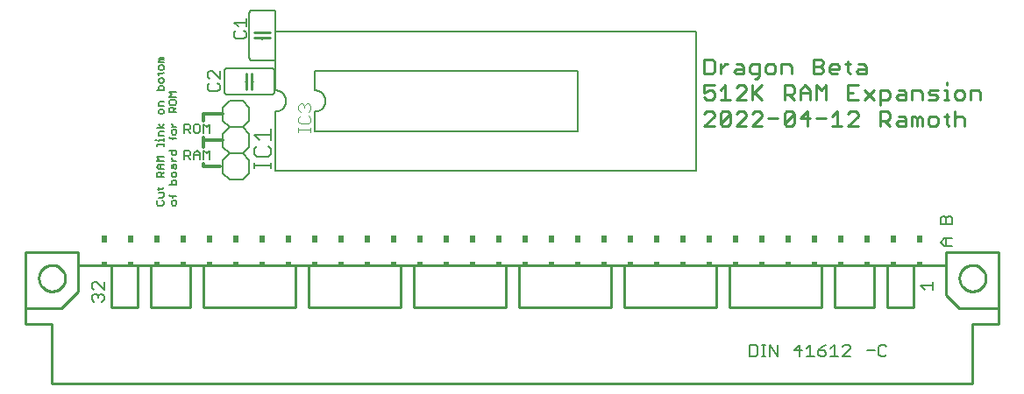
<source format=gto>
G75*
%MOIN*%
%OFA0B0*%
%FSLAX24Y24*%
%IPPOS*%
%LPD*%
%AMOC8*
5,1,8,0,0,1.08239X$1,22.5*
%
%ADD10C,0.0100*%
%ADD11C,0.0060*%
%ADD12C,0.0120*%
%ADD13C,0.0050*%
%ADD14R,0.0200X0.0150*%
%ADD15R,0.0200X0.0300*%
%ADD16C,0.0040*%
D10*
X002290Y000150D02*
X037290Y000150D01*
X037290Y002400D01*
X038290Y002400D01*
X038290Y003020D01*
X036790Y003020D01*
X036290Y003520D01*
X036290Y004650D01*
X035040Y004650D01*
X034040Y004650D01*
X033540Y004650D01*
X032040Y004650D01*
X031540Y004650D01*
X028040Y004650D01*
X027540Y004650D01*
X024040Y004650D01*
X023540Y004650D01*
X020040Y004650D01*
X019540Y004650D01*
X016040Y004650D01*
X015540Y004650D01*
X012040Y004650D01*
X011540Y004650D01*
X008040Y004650D01*
X007540Y004650D01*
X006040Y004650D01*
X005540Y004650D01*
X004540Y004650D01*
X003290Y004650D01*
X003290Y003650D01*
X002660Y003020D01*
X001290Y003020D01*
X001290Y002400D01*
X002290Y002400D01*
X002290Y000150D01*
X001290Y003020D02*
X001290Y005150D01*
X003290Y005150D01*
X003290Y004650D01*
X001790Y004150D02*
X001792Y004194D01*
X001798Y004238D01*
X001808Y004281D01*
X001821Y004323D01*
X001838Y004364D01*
X001859Y004403D01*
X001883Y004440D01*
X001910Y004475D01*
X001940Y004507D01*
X001973Y004537D01*
X002009Y004563D01*
X002046Y004587D01*
X002086Y004606D01*
X002127Y004623D01*
X002170Y004635D01*
X002213Y004644D01*
X002257Y004649D01*
X002301Y004650D01*
X002345Y004647D01*
X002389Y004640D01*
X002432Y004629D01*
X002474Y004615D01*
X002514Y004597D01*
X002553Y004575D01*
X002589Y004551D01*
X002623Y004523D01*
X002655Y004492D01*
X002684Y004458D01*
X002710Y004422D01*
X002732Y004384D01*
X002751Y004344D01*
X002766Y004302D01*
X002778Y004260D01*
X002786Y004216D01*
X002790Y004172D01*
X002790Y004128D01*
X002786Y004084D01*
X002778Y004040D01*
X002766Y003998D01*
X002751Y003956D01*
X002732Y003916D01*
X002710Y003878D01*
X002684Y003842D01*
X002655Y003808D01*
X002623Y003777D01*
X002589Y003749D01*
X002553Y003725D01*
X002514Y003703D01*
X002474Y003685D01*
X002432Y003671D01*
X002389Y003660D01*
X002345Y003653D01*
X002301Y003650D01*
X002257Y003651D01*
X002213Y003656D01*
X002170Y003665D01*
X002127Y003677D01*
X002086Y003694D01*
X002046Y003713D01*
X002009Y003737D01*
X001973Y003763D01*
X001940Y003793D01*
X001910Y003825D01*
X001883Y003860D01*
X001859Y003897D01*
X001838Y003936D01*
X001821Y003977D01*
X001808Y004019D01*
X001798Y004062D01*
X001792Y004106D01*
X001790Y004150D01*
X004540Y004650D02*
X004540Y003050D01*
X005540Y003050D01*
X005540Y004650D01*
X006040Y004650D02*
X006040Y003050D01*
X007540Y003050D01*
X007540Y004650D01*
X008040Y004650D02*
X008040Y003050D01*
X011540Y003050D01*
X011540Y004650D01*
X012040Y004650D02*
X012040Y003050D01*
X015540Y003050D01*
X015540Y004650D01*
X016040Y004650D02*
X016040Y003050D01*
X019540Y003050D01*
X019540Y004650D01*
X020040Y004650D02*
X020040Y003050D01*
X023540Y003050D01*
X023540Y004650D01*
X024040Y004650D02*
X024040Y003050D01*
X027540Y003050D01*
X027540Y004650D01*
X028040Y004650D02*
X028040Y003050D01*
X031540Y003050D01*
X031540Y004650D01*
X032040Y004650D02*
X032040Y003050D01*
X033540Y003050D01*
X033540Y004650D01*
X034040Y004650D02*
X034040Y003050D01*
X035040Y003050D01*
X035040Y004650D01*
X036290Y004650D02*
X036290Y005150D01*
X038290Y005150D01*
X038290Y003020D01*
X036790Y004150D02*
X036792Y004194D01*
X036798Y004238D01*
X036808Y004281D01*
X036821Y004323D01*
X036838Y004364D01*
X036859Y004403D01*
X036883Y004440D01*
X036910Y004475D01*
X036940Y004507D01*
X036973Y004537D01*
X037009Y004563D01*
X037046Y004587D01*
X037086Y004606D01*
X037127Y004623D01*
X037170Y004635D01*
X037213Y004644D01*
X037257Y004649D01*
X037301Y004650D01*
X037345Y004647D01*
X037389Y004640D01*
X037432Y004629D01*
X037474Y004615D01*
X037514Y004597D01*
X037553Y004575D01*
X037589Y004551D01*
X037623Y004523D01*
X037655Y004492D01*
X037684Y004458D01*
X037710Y004422D01*
X037732Y004384D01*
X037751Y004344D01*
X037766Y004302D01*
X037778Y004260D01*
X037786Y004216D01*
X037790Y004172D01*
X037790Y004128D01*
X037786Y004084D01*
X037778Y004040D01*
X037766Y003998D01*
X037751Y003956D01*
X037732Y003916D01*
X037710Y003878D01*
X037684Y003842D01*
X037655Y003808D01*
X037623Y003777D01*
X037589Y003749D01*
X037553Y003725D01*
X037514Y003703D01*
X037474Y003685D01*
X037432Y003671D01*
X037389Y003660D01*
X037345Y003653D01*
X037301Y003650D01*
X037257Y003651D01*
X037213Y003656D01*
X037170Y003665D01*
X037127Y003677D01*
X037086Y003694D01*
X037046Y003713D01*
X037009Y003737D01*
X036973Y003763D01*
X036940Y003793D01*
X036910Y003825D01*
X036883Y003860D01*
X036859Y003897D01*
X036838Y003936D01*
X036821Y003977D01*
X036808Y004019D01*
X036798Y004062D01*
X036792Y004106D01*
X036790Y004150D01*
X036611Y009950D02*
X036611Y010510D01*
X036704Y010324D02*
X036891Y010324D01*
X036985Y010230D01*
X036985Y009950D01*
X036611Y010230D02*
X036704Y010324D01*
X036393Y010324D02*
X036206Y010324D01*
X036299Y010417D02*
X036299Y010043D01*
X036393Y009950D01*
X035972Y010043D02*
X035972Y010230D01*
X035878Y010324D01*
X035691Y010324D01*
X035598Y010230D01*
X035598Y010043D01*
X035691Y009950D01*
X035878Y009950D01*
X035972Y010043D01*
X035364Y009950D02*
X035364Y010230D01*
X035271Y010324D01*
X035177Y010230D01*
X035177Y009950D01*
X034990Y009950D02*
X034990Y010324D01*
X035084Y010324D01*
X035177Y010230D01*
X034756Y010230D02*
X034663Y010324D01*
X034476Y010324D01*
X034476Y010137D02*
X034756Y010137D01*
X034756Y010230D02*
X034756Y009950D01*
X034476Y009950D01*
X034383Y010043D01*
X034476Y010137D01*
X034149Y010230D02*
X034149Y010417D01*
X034055Y010510D01*
X033775Y010510D01*
X033775Y009950D01*
X033962Y010137D02*
X034149Y009950D01*
X034055Y010137D02*
X033775Y010137D01*
X034055Y010137D02*
X034149Y010230D01*
X032933Y010324D02*
X032933Y010417D01*
X032840Y010510D01*
X032653Y010510D01*
X032559Y010417D01*
X032933Y010324D02*
X032559Y009950D01*
X032933Y009950D01*
X032325Y009950D02*
X031952Y009950D01*
X032139Y009950D02*
X032139Y010510D01*
X031952Y010324D01*
X031718Y010230D02*
X031344Y010230D01*
X031110Y010230D02*
X030736Y010230D01*
X031017Y010510D01*
X031017Y009950D01*
X030502Y010043D02*
X030409Y009950D01*
X030222Y009950D01*
X030129Y010043D01*
X030502Y010417D01*
X030502Y010043D01*
X030129Y010043D02*
X030129Y010417D01*
X030222Y010510D01*
X030409Y010510D01*
X030502Y010417D01*
X029895Y010230D02*
X029521Y010230D01*
X029287Y010324D02*
X029287Y010417D01*
X029193Y010510D01*
X029007Y010510D01*
X028913Y010417D01*
X028679Y010417D02*
X028586Y010510D01*
X028399Y010510D01*
X028305Y010417D01*
X028071Y010417D02*
X027978Y010510D01*
X027791Y010510D01*
X027698Y010417D01*
X027698Y010043D01*
X028071Y010417D01*
X028071Y010043D01*
X027978Y009950D01*
X027791Y009950D01*
X027698Y010043D01*
X027464Y009950D02*
X027090Y009950D01*
X027464Y010324D01*
X027464Y010417D01*
X027370Y010510D01*
X027183Y010510D01*
X027090Y010417D01*
X028305Y009950D02*
X028679Y010324D01*
X028679Y010417D01*
X028913Y009950D02*
X029287Y010324D01*
X029287Y009950D02*
X028913Y009950D01*
X028679Y009950D02*
X028305Y009950D01*
X028305Y010940D02*
X028679Y011314D01*
X028679Y011407D01*
X028586Y011500D01*
X028399Y011500D01*
X028305Y011407D01*
X027885Y011500D02*
X027885Y010940D01*
X028071Y010940D02*
X027698Y010940D01*
X027464Y011033D02*
X027370Y010940D01*
X027183Y010940D01*
X027090Y011033D01*
X027464Y011033D02*
X027464Y011220D01*
X027370Y011314D01*
X027277Y011314D01*
X027090Y011220D01*
X027090Y011500D01*
X027464Y011500D01*
X027698Y011314D02*
X027885Y011500D01*
X027698Y011930D02*
X027698Y012304D01*
X027885Y012304D02*
X027978Y012304D01*
X027885Y012304D02*
X027698Y012117D01*
X027464Y012023D02*
X027464Y012397D01*
X027370Y012490D01*
X027090Y012490D01*
X027090Y011930D01*
X027370Y011930D01*
X027464Y012023D01*
X028204Y012023D02*
X028298Y011930D01*
X028578Y011930D01*
X028578Y012210D01*
X028484Y012304D01*
X028298Y012304D01*
X028812Y012210D02*
X028812Y012023D01*
X028905Y011930D01*
X029186Y011930D01*
X029186Y011837D02*
X029186Y012304D01*
X028905Y012304D01*
X028812Y012210D01*
X028578Y012117D02*
X028298Y012117D01*
X028204Y012023D01*
X028999Y011743D02*
X029092Y011743D01*
X029186Y011837D01*
X029420Y012023D02*
X029513Y011930D01*
X029700Y011930D01*
X029793Y012023D01*
X029793Y012210D01*
X029700Y012304D01*
X029513Y012304D01*
X029420Y012210D01*
X029420Y012023D01*
X030027Y011930D02*
X030027Y012304D01*
X030308Y012304D01*
X030401Y012210D01*
X030401Y011930D01*
X031243Y011930D02*
X031523Y011930D01*
X031616Y012023D01*
X031616Y012117D01*
X031523Y012210D01*
X031243Y012210D01*
X031523Y012210D02*
X031616Y012304D01*
X031616Y012397D01*
X031523Y012490D01*
X031243Y012490D01*
X031243Y011930D01*
X031850Y012023D02*
X031850Y012210D01*
X031944Y012304D01*
X032131Y012304D01*
X032224Y012210D01*
X032224Y012117D01*
X031850Y012117D01*
X031850Y012023D02*
X031944Y011930D01*
X032131Y011930D01*
X032552Y012023D02*
X032645Y011930D01*
X032552Y012023D02*
X032552Y012397D01*
X032645Y012304D02*
X032458Y012304D01*
X032957Y012304D02*
X033144Y012304D01*
X033237Y012210D01*
X033237Y011930D01*
X032957Y011930D01*
X032863Y012023D01*
X032957Y012117D01*
X033237Y012117D01*
X032933Y011500D02*
X032559Y011500D01*
X032559Y010940D01*
X032933Y010940D01*
X033167Y010940D02*
X033541Y011314D01*
X033775Y011314D02*
X034055Y011314D01*
X034149Y011220D01*
X034149Y011033D01*
X034055Y010940D01*
X033775Y010940D01*
X033775Y010753D02*
X033775Y011314D01*
X033541Y010940D02*
X033167Y011314D01*
X032746Y011220D02*
X032559Y011220D01*
X031718Y011500D02*
X031718Y010940D01*
X031344Y010940D02*
X031344Y011500D01*
X031531Y011314D01*
X031718Y011500D01*
X031110Y011314D02*
X031110Y010940D01*
X030736Y010940D02*
X030736Y011314D01*
X030923Y011500D01*
X031110Y011314D01*
X031110Y011220D02*
X030736Y011220D01*
X030502Y011220D02*
X030409Y011127D01*
X030129Y011127D01*
X030315Y011127D02*
X030502Y010940D01*
X030129Y010940D02*
X030129Y011500D01*
X030409Y011500D01*
X030502Y011407D01*
X030502Y011220D01*
X029287Y010940D02*
X029007Y011220D01*
X028913Y011127D02*
X029287Y011500D01*
X028913Y011500D02*
X028913Y010940D01*
X028679Y010940D02*
X028305Y010940D01*
X034383Y011033D02*
X034476Y011127D01*
X034756Y011127D01*
X034756Y011220D02*
X034756Y010940D01*
X034476Y010940D01*
X034383Y011033D01*
X034476Y011314D02*
X034663Y011314D01*
X034756Y011220D01*
X034990Y011314D02*
X035271Y011314D01*
X035364Y011220D01*
X035364Y010940D01*
X035598Y010940D02*
X035878Y010940D01*
X035972Y011033D01*
X035878Y011127D01*
X035691Y011127D01*
X035598Y011220D01*
X035691Y011314D01*
X035972Y011314D01*
X036206Y011314D02*
X036299Y011314D01*
X036299Y010940D01*
X036206Y010940D02*
X036393Y010940D01*
X036611Y011033D02*
X036704Y010940D01*
X036891Y010940D01*
X036985Y011033D01*
X036985Y011220D01*
X036891Y011314D01*
X036704Y011314D01*
X036611Y011220D01*
X036611Y011033D01*
X037219Y010940D02*
X037219Y011314D01*
X037499Y011314D01*
X037592Y011220D01*
X037592Y010940D01*
X036299Y011500D02*
X036299Y011594D01*
X034990Y011314D02*
X034990Y010940D01*
X010590Y013300D02*
X010290Y013300D01*
X009990Y013300D01*
X009990Y013500D02*
X010290Y013500D01*
X010590Y013500D01*
X009890Y011950D02*
X009890Y011650D01*
X009890Y011350D01*
X009690Y011350D02*
X009690Y011650D01*
X009690Y011950D01*
D11*
X009690Y011650D02*
X009640Y011650D01*
X009890Y011650D02*
X009940Y011650D01*
X010640Y011150D02*
X010657Y011152D01*
X010674Y011156D01*
X010690Y011163D01*
X010704Y011173D01*
X010717Y011186D01*
X010727Y011200D01*
X010734Y011216D01*
X010738Y011233D01*
X010740Y011250D01*
X010740Y012050D01*
X010738Y012067D01*
X010734Y012084D01*
X010727Y012100D01*
X010717Y012114D01*
X010704Y012127D01*
X010690Y012137D01*
X010674Y012144D01*
X010657Y012148D01*
X010640Y012150D01*
X008940Y012150D01*
X008923Y012148D01*
X008906Y012144D01*
X008890Y012137D01*
X008876Y012127D01*
X008863Y012114D01*
X008853Y012100D01*
X008846Y012084D01*
X008842Y012067D01*
X008840Y012050D01*
X008840Y011250D01*
X008842Y011233D01*
X008846Y011216D01*
X008853Y011200D01*
X008863Y011186D01*
X008876Y011173D01*
X008890Y011163D01*
X008906Y011156D01*
X008923Y011152D01*
X008940Y011150D01*
X010640Y011150D01*
X010790Y011300D02*
X010790Y013550D01*
X026790Y013550D01*
X026790Y008250D01*
X010790Y008250D01*
X010790Y010500D01*
X010829Y010502D01*
X010868Y010508D01*
X010906Y010517D01*
X010943Y010530D01*
X010979Y010547D01*
X011012Y010567D01*
X011044Y010591D01*
X011073Y010617D01*
X011099Y010646D01*
X011123Y010678D01*
X011143Y010711D01*
X011160Y010747D01*
X011173Y010784D01*
X011182Y010822D01*
X011188Y010861D01*
X011190Y010900D01*
X011188Y010939D01*
X011182Y010978D01*
X011173Y011016D01*
X011160Y011053D01*
X011143Y011089D01*
X011123Y011122D01*
X011099Y011154D01*
X011073Y011183D01*
X011044Y011209D01*
X011012Y011233D01*
X010979Y011253D01*
X010943Y011270D01*
X010906Y011283D01*
X010868Y011292D01*
X010829Y011298D01*
X010790Y011300D01*
X009790Y010650D02*
X009540Y010900D01*
X009040Y010900D01*
X008790Y010650D01*
X008790Y010150D01*
X009040Y009900D01*
X008790Y009650D01*
X008790Y009150D01*
X009040Y008900D01*
X008790Y008650D01*
X008790Y008150D01*
X009040Y007900D01*
X009540Y007900D01*
X009790Y008150D01*
X009790Y008650D01*
X009540Y008900D01*
X009040Y008900D01*
X009540Y008900D02*
X009790Y009150D01*
X009790Y009650D01*
X009540Y009900D01*
X009040Y009900D01*
X009540Y009900D02*
X009790Y010150D01*
X009790Y010650D01*
X008283Y010020D02*
X008283Y009680D01*
X008057Y009680D02*
X008057Y010020D01*
X008170Y009907D01*
X008283Y010020D01*
X007915Y009964D02*
X007858Y010020D01*
X007745Y010020D01*
X007688Y009964D01*
X007688Y009737D01*
X007745Y009680D01*
X007858Y009680D01*
X007915Y009737D01*
X007915Y009964D01*
X007547Y009964D02*
X007547Y009850D01*
X007490Y009793D01*
X007320Y009793D01*
X007320Y009680D02*
X007320Y010020D01*
X007490Y010020D01*
X007547Y009964D01*
X007433Y009793D02*
X007547Y009680D01*
X007490Y009020D02*
X007547Y008964D01*
X007547Y008850D01*
X007490Y008793D01*
X007320Y008793D01*
X007320Y008680D02*
X007320Y009020D01*
X007490Y009020D01*
X007688Y008907D02*
X007802Y009020D01*
X007915Y008907D01*
X007915Y008680D01*
X008057Y008680D02*
X008057Y009020D01*
X008170Y008907D01*
X008283Y009020D01*
X008283Y008680D01*
X007915Y008850D02*
X007688Y008850D01*
X007688Y008907D02*
X007688Y008680D01*
X007547Y008680D02*
X007433Y008793D01*
X009969Y008866D02*
X010076Y008760D01*
X010503Y008760D01*
X010610Y008866D01*
X010610Y009080D01*
X010503Y009187D01*
X010610Y009404D02*
X010610Y009831D01*
X010610Y009618D02*
X009969Y009618D01*
X010183Y009404D01*
X010076Y009187D02*
X009969Y009080D01*
X009969Y008866D01*
X009969Y008544D02*
X009969Y008330D01*
X009969Y008437D02*
X010610Y008437D01*
X010610Y008330D02*
X010610Y008544D01*
X012290Y009750D02*
X012290Y010500D01*
X012329Y010502D01*
X012368Y010508D01*
X012406Y010517D01*
X012443Y010530D01*
X012479Y010547D01*
X012512Y010567D01*
X012544Y010591D01*
X012573Y010617D01*
X012599Y010646D01*
X012623Y010678D01*
X012643Y010711D01*
X012660Y010747D01*
X012673Y010784D01*
X012682Y010822D01*
X012688Y010861D01*
X012690Y010900D01*
X012688Y010939D01*
X012682Y010978D01*
X012673Y011016D01*
X012660Y011053D01*
X012643Y011089D01*
X012623Y011122D01*
X012599Y011154D01*
X012573Y011183D01*
X012544Y011209D01*
X012512Y011233D01*
X012479Y011253D01*
X012443Y011270D01*
X012406Y011283D01*
X012368Y011292D01*
X012329Y011298D01*
X012290Y011300D01*
X012290Y012050D01*
X022290Y012050D01*
X022290Y009750D01*
X012290Y009750D01*
X010690Y012450D02*
X009890Y012450D01*
X009873Y012452D01*
X009856Y012456D01*
X009840Y012463D01*
X009826Y012473D01*
X009813Y012486D01*
X009803Y012500D01*
X009796Y012516D01*
X009792Y012533D01*
X009790Y012550D01*
X009790Y014250D01*
X009792Y014267D01*
X009796Y014284D01*
X009803Y014300D01*
X009813Y014314D01*
X009826Y014327D01*
X009840Y014337D01*
X009856Y014344D01*
X009873Y014348D01*
X009890Y014350D01*
X010690Y014350D01*
X010707Y014348D01*
X010724Y014344D01*
X010740Y014337D01*
X010754Y014327D01*
X010767Y014314D01*
X010777Y014300D01*
X010784Y014284D01*
X010788Y014267D01*
X010790Y014250D01*
X010790Y012550D01*
X010788Y012533D01*
X010784Y012516D01*
X010777Y012500D01*
X010767Y012486D01*
X010754Y012473D01*
X010740Y012463D01*
X010724Y012456D01*
X010707Y012452D01*
X010690Y012450D01*
X010290Y013250D02*
X010290Y013300D01*
X010290Y013500D02*
X010290Y013550D01*
D12*
X008790Y010400D02*
X008040Y010400D01*
X008040Y010150D01*
X008040Y009525D02*
X008040Y009400D01*
X008040Y009150D01*
X008040Y009400D02*
X008790Y009400D01*
X008665Y008400D02*
X008040Y008400D01*
X008040Y008525D01*
D13*
X007015Y008480D02*
X007015Y008345D01*
X006970Y008300D01*
X006925Y008345D01*
X006925Y008480D01*
X006880Y008480D02*
X007015Y008480D01*
X007015Y008595D02*
X006835Y008595D01*
X006835Y008685D02*
X006835Y008730D01*
X006835Y008685D02*
X006925Y008595D01*
X006880Y008480D02*
X006835Y008435D01*
X006835Y008345D01*
X006880Y008186D02*
X006835Y008141D01*
X006835Y008050D01*
X006880Y008005D01*
X006970Y008005D01*
X007015Y008050D01*
X007015Y008141D01*
X006970Y008186D01*
X006880Y008186D01*
X006535Y008186D02*
X006445Y008095D01*
X006445Y008141D02*
X006445Y008005D01*
X006535Y008005D02*
X006265Y008005D01*
X006265Y008141D01*
X006310Y008186D01*
X006400Y008186D01*
X006445Y008141D01*
X006400Y008300D02*
X006400Y008480D01*
X006355Y008480D02*
X006535Y008480D01*
X006535Y008595D02*
X006265Y008595D01*
X006355Y008685D01*
X006265Y008775D01*
X006535Y008775D01*
X006835Y008885D02*
X006835Y009020D01*
X006745Y009020D02*
X007015Y009020D01*
X007015Y008885D01*
X006970Y008840D01*
X006880Y008840D01*
X006835Y008885D01*
X006535Y009184D02*
X006535Y009274D01*
X006535Y009229D02*
X006265Y009229D01*
X006265Y009184D01*
X006355Y009380D02*
X006355Y009425D01*
X006535Y009425D01*
X006535Y009380D02*
X006535Y009471D01*
X006535Y009577D02*
X006355Y009577D01*
X006355Y009712D01*
X006400Y009757D01*
X006535Y009757D01*
X006535Y009872D02*
X006265Y009872D01*
X006355Y010007D02*
X006445Y009872D01*
X006535Y010007D01*
X006835Y010011D02*
X006925Y009921D01*
X007015Y009921D02*
X006835Y009921D01*
X006835Y010011D02*
X006835Y010056D01*
X006880Y009806D02*
X006835Y009761D01*
X006835Y009671D01*
X006880Y009626D01*
X006970Y009626D01*
X007015Y009671D01*
X007015Y009761D01*
X006970Y009806D01*
X006880Y009806D01*
X006880Y009520D02*
X006880Y009430D01*
X006790Y009475D02*
X006745Y009520D01*
X006790Y009475D02*
X007015Y009475D01*
X006265Y009425D02*
X006220Y009425D01*
X006355Y008480D02*
X006265Y008390D01*
X006355Y008300D01*
X006535Y008300D01*
X006880Y007891D02*
X006835Y007846D01*
X006835Y007711D01*
X006745Y007711D02*
X007015Y007711D01*
X007015Y007846D01*
X006970Y007891D01*
X006880Y007891D01*
X006535Y007604D02*
X006490Y007559D01*
X006310Y007559D01*
X006355Y007514D02*
X006355Y007604D01*
X006355Y007400D02*
X006535Y007400D01*
X006535Y007265D01*
X006490Y007220D01*
X006355Y007220D01*
X006310Y007105D02*
X006265Y007060D01*
X006265Y006970D01*
X006310Y006925D01*
X006490Y006925D01*
X006535Y006970D01*
X006535Y007060D01*
X006490Y007105D01*
X006745Y007310D02*
X006790Y007265D01*
X007015Y007265D01*
X006880Y007220D02*
X006880Y007310D01*
X006880Y007105D02*
X006835Y007060D01*
X006835Y006970D01*
X006880Y006925D01*
X006970Y006925D01*
X007015Y006970D01*
X007015Y007060D01*
X006970Y007105D01*
X006880Y007105D01*
X004265Y004015D02*
X004265Y003715D01*
X003965Y004015D01*
X003890Y004015D01*
X003815Y003940D01*
X003815Y003790D01*
X003890Y003715D01*
X003890Y003554D02*
X003965Y003554D01*
X004040Y003479D01*
X004115Y003554D01*
X004190Y003554D01*
X004265Y003479D01*
X004265Y003329D01*
X004190Y003254D01*
X004040Y003404D02*
X004040Y003479D01*
X003890Y003554D02*
X003815Y003479D01*
X003815Y003329D01*
X003890Y003254D01*
X006400Y010412D02*
X006490Y010412D01*
X006535Y010457D01*
X006535Y010547D01*
X006490Y010592D01*
X006400Y010592D01*
X006355Y010547D01*
X006355Y010457D01*
X006400Y010412D01*
X006745Y010461D02*
X006745Y010596D01*
X006790Y010641D01*
X006880Y010641D01*
X006925Y010596D01*
X006925Y010461D01*
X006925Y010551D02*
X007015Y010641D01*
X006970Y010755D02*
X007015Y010801D01*
X007015Y010891D01*
X006970Y010936D01*
X006790Y010936D01*
X006745Y010891D01*
X006745Y010801D01*
X006790Y010755D01*
X006970Y010755D01*
X006535Y010706D02*
X006355Y010706D01*
X006355Y010841D01*
X006400Y010887D01*
X006535Y010887D01*
X006745Y011050D02*
X006835Y011140D01*
X006745Y011230D01*
X007015Y011230D01*
X007015Y011050D02*
X006745Y011050D01*
X006535Y011296D02*
X006535Y011431D01*
X006490Y011476D01*
X006400Y011476D01*
X006355Y011431D01*
X006355Y011296D01*
X006265Y011296D02*
X006535Y011296D01*
X006490Y011590D02*
X006535Y011635D01*
X006535Y011725D01*
X006490Y011770D01*
X006400Y011770D01*
X006355Y011725D01*
X006355Y011635D01*
X006400Y011590D01*
X006490Y011590D01*
X006355Y011885D02*
X006355Y011975D01*
X006310Y011930D02*
X006490Y011930D01*
X006535Y011975D01*
X006490Y012081D02*
X006535Y012126D01*
X006535Y012217D01*
X006490Y012262D01*
X006400Y012262D01*
X006355Y012217D01*
X006355Y012126D01*
X006400Y012081D01*
X006490Y012081D01*
X006535Y012376D02*
X006355Y012376D01*
X006355Y012421D01*
X006400Y012466D01*
X006355Y012511D01*
X006400Y012556D01*
X006535Y012556D01*
X006535Y012466D02*
X006400Y012466D01*
X008215Y011961D02*
X008215Y011810D01*
X008290Y011735D01*
X008290Y011575D02*
X008215Y011500D01*
X008215Y011350D01*
X008290Y011275D01*
X008590Y011275D01*
X008665Y011350D01*
X008665Y011500D01*
X008590Y011575D01*
X008665Y011735D02*
X008365Y012036D01*
X008290Y012036D01*
X008215Y011961D01*
X008665Y012036D02*
X008665Y011735D01*
X007015Y010461D02*
X006745Y010461D01*
X009290Y013275D02*
X009590Y013275D01*
X009665Y013350D01*
X009665Y013500D01*
X009590Y013575D01*
X009665Y013735D02*
X009665Y014036D01*
X009665Y013886D02*
X009215Y013886D01*
X009365Y013735D01*
X009290Y013575D02*
X009215Y013500D01*
X009215Y013350D01*
X009290Y013275D01*
X035315Y003865D02*
X035465Y003715D01*
X035315Y003865D02*
X035765Y003865D01*
X035765Y003715D02*
X035765Y004015D01*
X036215Y005365D02*
X036065Y005515D01*
X036215Y005665D01*
X036515Y005665D01*
X036290Y005665D02*
X036290Y005365D01*
X036215Y005365D02*
X036515Y005365D01*
X036515Y006215D02*
X036065Y006215D01*
X036065Y006440D01*
X036140Y006515D01*
X036215Y006515D01*
X036290Y006440D01*
X036290Y006215D01*
X036515Y006215D02*
X036515Y006440D01*
X036440Y006515D01*
X036365Y006515D01*
X036290Y006440D01*
X033951Y001625D02*
X033801Y001625D01*
X033726Y001550D01*
X033726Y001250D01*
X033801Y001175D01*
X033951Y001175D01*
X034026Y001250D01*
X034026Y001550D02*
X033951Y001625D01*
X033566Y001400D02*
X033265Y001400D01*
X032645Y001475D02*
X032645Y001550D01*
X032570Y001625D01*
X032420Y001625D01*
X032345Y001550D01*
X032645Y001475D02*
X032345Y001175D01*
X032645Y001175D01*
X032185Y001175D02*
X031884Y001175D01*
X032034Y001175D02*
X032034Y001625D01*
X031884Y001475D01*
X031724Y001325D02*
X031649Y001400D01*
X031424Y001400D01*
X031424Y001250D01*
X031499Y001175D01*
X031649Y001175D01*
X031724Y001250D01*
X031724Y001325D01*
X031574Y001550D02*
X031424Y001400D01*
X031574Y001550D02*
X031724Y001625D01*
X031114Y001625D02*
X030963Y001475D01*
X030803Y001400D02*
X030503Y001400D01*
X030728Y001625D01*
X030728Y001175D01*
X030963Y001175D02*
X031264Y001175D01*
X031114Y001175D02*
X031114Y001625D01*
X029883Y001625D02*
X029883Y001175D01*
X029582Y001625D01*
X029582Y001175D01*
X029426Y001175D02*
X029275Y001175D01*
X029350Y001175D02*
X029350Y001625D01*
X029275Y001625D02*
X029426Y001625D01*
X029115Y001550D02*
X029040Y001625D01*
X028815Y001625D01*
X028815Y001175D01*
X029040Y001175D01*
X029115Y001250D01*
X029115Y001550D01*
D14*
X029290Y004725D03*
X030290Y004725D03*
X031290Y004725D03*
X032290Y004725D03*
X033290Y004725D03*
X034290Y004725D03*
X035290Y004725D03*
X028290Y004725D03*
X027290Y004725D03*
X026290Y004725D03*
X025290Y004725D03*
X024290Y004725D03*
X023290Y004725D03*
X022290Y004725D03*
X021290Y004725D03*
X020290Y004725D03*
X019290Y004725D03*
X018290Y004725D03*
X017290Y004725D03*
X016290Y004725D03*
X015290Y004725D03*
X014290Y004725D03*
X013290Y004725D03*
X012290Y004725D03*
X011290Y004725D03*
X010290Y004725D03*
X009290Y004725D03*
X008290Y004725D03*
X007290Y004725D03*
X006290Y004725D03*
X005290Y004725D03*
X004290Y004725D03*
D15*
X004290Y005650D03*
X005290Y005650D03*
X006290Y005650D03*
X007290Y005650D03*
X008290Y005650D03*
X009290Y005650D03*
X010290Y005650D03*
X011290Y005650D03*
X012290Y005650D03*
X013290Y005650D03*
X014290Y005650D03*
X015290Y005650D03*
X016290Y005650D03*
X017290Y005650D03*
X018290Y005650D03*
X019290Y005650D03*
X020290Y005650D03*
X021290Y005650D03*
X022290Y005650D03*
X023290Y005650D03*
X024290Y005650D03*
X025290Y005650D03*
X026290Y005650D03*
X027290Y005650D03*
X028290Y005650D03*
X029290Y005650D03*
X030290Y005650D03*
X031290Y005650D03*
X032290Y005650D03*
X033290Y005650D03*
X034290Y005650D03*
X035290Y005650D03*
D16*
X012120Y009720D02*
X012120Y009873D01*
X012120Y009797D02*
X011660Y009797D01*
X011660Y009873D02*
X011660Y009720D01*
X011736Y010027D02*
X012043Y010027D01*
X012120Y010104D01*
X012120Y010257D01*
X012043Y010334D01*
X012043Y010487D02*
X012120Y010564D01*
X012120Y010718D01*
X012043Y010794D01*
X011967Y010794D01*
X011890Y010718D01*
X011890Y010641D01*
X011890Y010718D02*
X011813Y010794D01*
X011736Y010794D01*
X011660Y010718D01*
X011660Y010564D01*
X011736Y010487D01*
X011736Y010334D02*
X011660Y010257D01*
X011660Y010104D01*
X011736Y010027D01*
M02*

</source>
